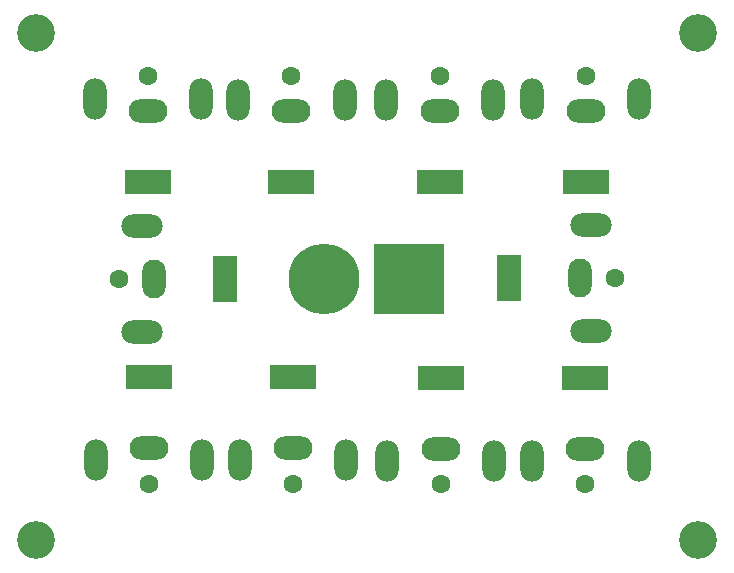
<source format=gbr>
%TF.GenerationSoftware,KiCad,Pcbnew,(6.0.9)*%
%TF.CreationDate,2023-02-05T01:33:25+02:00*%
%TF.ProjectId,Power for cam,506f7765-7220-4666-9f72-2063616d2e6b,rev?*%
%TF.SameCoordinates,Original*%
%TF.FileFunction,Soldermask,Bot*%
%TF.FilePolarity,Negative*%
%FSLAX46Y46*%
G04 Gerber Fmt 4.6, Leading zero omitted, Abs format (unit mm)*
G04 Created by KiCad (PCBNEW (6.0.9)) date 2023-02-05 01:33:25*
%MOMM*%
%LPD*%
G01*
G04 APERTURE LIST*
%ADD10C,1.600000*%
%ADD11R,4.000000X2.000000*%
%ADD12O,3.300000X2.000000*%
%ADD13O,2.000000X3.500000*%
%ADD14R,2.000000X4.000000*%
%ADD15O,2.000000X3.300000*%
%ADD16O,3.500000X2.000000*%
%ADD17C,6.000000*%
%ADD18R,6.000000X6.000000*%
%ADD19C,3.200000*%
G04 APERTURE END LIST*
D10*
%TO.C,J9*%
X133457200Y-66637000D03*
D11*
X133457200Y-75637000D03*
D12*
X133457200Y-69637000D03*
D13*
X128957200Y-68637000D03*
X137957200Y-68637000D03*
%TD*%
D10*
%TO.C,J5*%
X170495800Y-66637000D03*
D11*
X170495800Y-75637000D03*
D12*
X170495800Y-69637000D03*
D13*
X165995800Y-68637000D03*
X174995800Y-68637000D03*
%TD*%
D10*
%TO.C,J5*%
X172995800Y-83756800D03*
D14*
X163995800Y-83756800D03*
D15*
X169995800Y-83756800D03*
D16*
X170995800Y-79256800D03*
X170995800Y-88256800D03*
%TD*%
D17*
%TO.C,J1*%
X148336000Y-83845400D03*
D18*
X155536000Y-83845400D03*
%TD*%
D10*
%TO.C,J8*%
X145700000Y-101200000D03*
D11*
X145700000Y-92200000D03*
D12*
X145700000Y-98200000D03*
D13*
X141200000Y-99200000D03*
X150200000Y-99200000D03*
%TD*%
D10*
%TO.C,J6*%
X170484800Y-101252800D03*
D11*
X170484800Y-92252800D03*
D12*
X170484800Y-98252800D03*
D13*
X165984800Y-99252800D03*
X174984800Y-99252800D03*
%TD*%
D10*
%TO.C,J2*%
X145592800Y-66680200D03*
D11*
X145592800Y-75680200D03*
D12*
X145592800Y-69680200D03*
D13*
X141092800Y-68680200D03*
X150092800Y-68680200D03*
%TD*%
D10*
%TO.C,J10*%
X130967600Y-83845400D03*
D14*
X139967600Y-83845400D03*
D15*
X133967600Y-83845400D03*
D16*
X132967600Y-79345400D03*
X132967600Y-88345400D03*
%TD*%
D10*
%TO.C,J7*%
X158140400Y-66680200D03*
D11*
X158140400Y-75680200D03*
D12*
X158140400Y-69680200D03*
D13*
X153640400Y-68680200D03*
X162640400Y-68680200D03*
%TD*%
D10*
%TO.C,J4*%
X158222200Y-101262600D03*
D11*
X158222200Y-92262600D03*
D12*
X158222200Y-98262600D03*
D13*
X162722200Y-99262600D03*
X153722200Y-99262600D03*
%TD*%
D19*
%TO.C,REF\u002A\u002A*%
X124000000Y-106000000D03*
%TD*%
%TO.C,REF\u002A\u002A*%
X180000000Y-106000000D03*
%TD*%
D10*
%TO.C,J3*%
X133530000Y-101190000D03*
D11*
X133530000Y-92190000D03*
D12*
X133530000Y-98190000D03*
D13*
X138030000Y-99190000D03*
X129030000Y-99190000D03*
%TD*%
D19*
%TO.C,REF\u002A\u002A*%
X124000000Y-63000000D03*
%TD*%
%TO.C,REF\u002A\u002A*%
X180000000Y-63000000D03*
%TD*%
M02*

</source>
